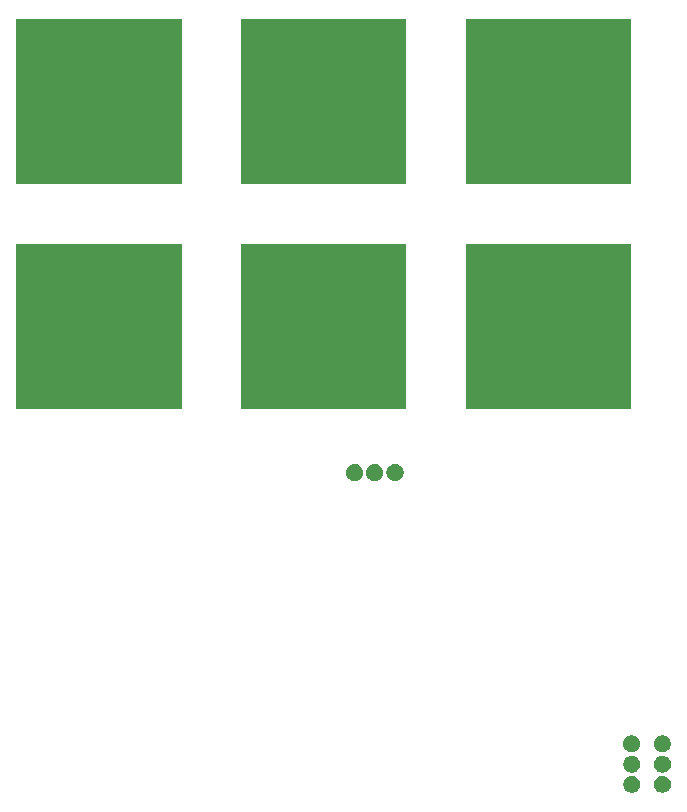
<source format=gbr>
%TF.GenerationSoftware,Altium Limited,Altium Designer,20.1.12 (249)*%
G04 Layer_Color=0*
%FSLAX26Y26*%
%MOIN*%
%TF.SameCoordinates,9E99BA8B-9897-4C81-AE0E-6E9FF3DC4262*%
%TF.FilePolarity,Positive*%
%TF.FileFunction,NonPlated,1,2,NPTH,Drill*%
%TF.Part,Single*%
G01*
G75*
G36*
X2177084Y619888D02*
Y622684D01*
X2175992Y628169D01*
X2173852Y633336D01*
X2170745Y637986D01*
X2166791Y641940D01*
X2162141Y645047D01*
X2156974Y647187D01*
X2151490Y648278D01*
X2148693D01*
X2145897D01*
X2140412Y647187D01*
X2135246Y645047D01*
X2130596Y641940D01*
X2126641Y637986D01*
X2123535Y633336D01*
X2121394Y628169D01*
X2120303Y622684D01*
Y619888D01*
Y617092D01*
X2121394Y611607D01*
X2123535Y606440D01*
X2126641Y601790D01*
X2130596Y597836D01*
X2135246Y594729D01*
X2140412Y592589D01*
X2145897Y591498D01*
X2148693D01*
X2151490D01*
X2156974Y592589D01*
X2162141Y594729D01*
X2166791Y597836D01*
X2170745Y601790D01*
X2173852Y606440D01*
X2175992Y611607D01*
X2177084Y617092D01*
Y619888D01*
D01*
D02*
G37*
G36*
X2177651Y552128D02*
Y554924D01*
X2176559Y560409D01*
X2174419Y565576D01*
X2171312Y570225D01*
X2167358Y574180D01*
X2162708Y577287D01*
X2157541Y579427D01*
X2152057Y580518D01*
X2149260D01*
X2146464D01*
X2140979Y579427D01*
X2135813Y577287D01*
X2131163Y574180D01*
X2127208Y570225D01*
X2124102Y565576D01*
X2121961Y560409D01*
X2120870Y554924D01*
Y552128D01*
Y549332D01*
X2121961Y543847D01*
X2124102Y538680D01*
X2127208Y534030D01*
X2131163Y530076D01*
X2135813Y526969D01*
X2140979Y524829D01*
X2146464Y523738D01*
X2149260D01*
X2152057D01*
X2157541Y524829D01*
X2162708Y526969D01*
X2167358Y530076D01*
X2171312Y534030D01*
X2174419Y538680D01*
X2176559Y543847D01*
X2177651Y549332D01*
Y552128D01*
D01*
D02*
G37*
G36*
Y485199D02*
Y487995D01*
X2176559Y493480D01*
X2174419Y498646D01*
X2171312Y503296D01*
X2167358Y507251D01*
X2162708Y510358D01*
X2157541Y512498D01*
X2152057Y513589D01*
X2149260D01*
X2146464D01*
X2140979Y512498D01*
X2135813Y510358D01*
X2131163Y507251D01*
X2127208Y503296D01*
X2124102Y498646D01*
X2121961Y493480D01*
X2120870Y487995D01*
Y485199D01*
Y482402D01*
X2121961Y476918D01*
X2124102Y471751D01*
X2127208Y467101D01*
X2131163Y463147D01*
X2135813Y460040D01*
X2140979Y457900D01*
X2146464Y456809D01*
X2149260D01*
X2152057D01*
X2157541Y457900D01*
X2162708Y460040D01*
X2167358Y463147D01*
X2171312Y467101D01*
X2174419Y471751D01*
X2176559Y476918D01*
X2177651Y482402D01*
Y485199D01*
D01*
D02*
G37*
G36*
X2280013D02*
Y487995D01*
X2278922Y493480D01*
X2276782Y498646D01*
X2273675Y503296D01*
X2269720Y507251D01*
X2265070Y510358D01*
X2259904Y512498D01*
X2254419Y513589D01*
X2251623D01*
X2248827D01*
X2243342Y512498D01*
X2238175Y510358D01*
X2233525Y507251D01*
X2229571Y503296D01*
X2226464Y498646D01*
X2224324Y493480D01*
X2223233Y487995D01*
Y485199D01*
Y482402D01*
X2224324Y476918D01*
X2226464Y471751D01*
X2229571Y467101D01*
X2233525Y463147D01*
X2238175Y460040D01*
X2243342Y457900D01*
X2248827Y456809D01*
X2251623D01*
X2254419D01*
X2259904Y457900D01*
X2265070Y460040D01*
X2269720Y463147D01*
X2273675Y467101D01*
X2276782Y471751D01*
X2278922Y476918D01*
X2280013Y482402D01*
Y485199D01*
D01*
D02*
G37*
G36*
Y552128D02*
Y554924D01*
X2278922Y560409D01*
X2276782Y565576D01*
X2273675Y570225D01*
X2269720Y574180D01*
X2265070Y577287D01*
X2259904Y579427D01*
X2254419Y580518D01*
X2251623D01*
X2248827D01*
X2243342Y579427D01*
X2238175Y577287D01*
X2233525Y574180D01*
X2229571Y570225D01*
X2226464Y565576D01*
X2224324Y560409D01*
X2223233Y554924D01*
Y552128D01*
Y549332D01*
X2224324Y543847D01*
X2226464Y538680D01*
X2229571Y534030D01*
X2233525Y530076D01*
X2238175Y526969D01*
X2243342Y524829D01*
X2248827Y523738D01*
X2251623D01*
X2254419D01*
X2259904Y524829D01*
X2265070Y526969D01*
X2269720Y530076D01*
X2273675Y534030D01*
X2276782Y538680D01*
X2278922Y543847D01*
X2280013Y549332D01*
Y552128D01*
D01*
D02*
G37*
G36*
X2279446Y619888D02*
Y622684D01*
X2278355Y628169D01*
X2276215Y633336D01*
X2273108Y637986D01*
X2269153Y641940D01*
X2264503Y645047D01*
X2259337Y647187D01*
X2253852Y648278D01*
X2251056D01*
X2248260D01*
X2242775Y647187D01*
X2237608Y645047D01*
X2232958Y641940D01*
X2229004Y637986D01*
X2225897Y633336D01*
X2223757Y628169D01*
X2222666Y622684D01*
Y619888D01*
Y617092D01*
X2223757Y611607D01*
X2225897Y606440D01*
X2229004Y601790D01*
X2232958Y597836D01*
X2237608Y594729D01*
X2242775Y592589D01*
X2248260Y591498D01*
X2251056D01*
X2253852D01*
X2259337Y592589D01*
X2264503Y594729D01*
X2269153Y597836D01*
X2273108Y601790D01*
X2276215Y606440D01*
X2278355Y611607D01*
X2279446Y617092D01*
Y619888D01*
D01*
D02*
G37*
G36*
X1225566Y1495248D02*
X1228362D01*
X1233847Y1496340D01*
X1239014Y1498480D01*
X1243664Y1501586D01*
X1247618Y1505541D01*
X1250725Y1510191D01*
X1252865Y1515358D01*
X1253956Y1520842D01*
Y1523639D01*
Y1526435D01*
X1252865Y1531920D01*
X1250725Y1537086D01*
X1247618Y1541736D01*
X1243664Y1545691D01*
X1239014Y1548797D01*
X1233847Y1550938D01*
X1228362Y1552029D01*
X1225566D01*
X1222770D01*
X1217285Y1550938D01*
X1212118Y1548797D01*
X1207468Y1545691D01*
X1203514Y1541736D01*
X1200407Y1537086D01*
X1198267Y1531920D01*
X1197176Y1526435D01*
Y1523639D01*
Y1520842D01*
X1198267Y1515358D01*
X1200407Y1510191D01*
X1203514Y1505541D01*
X1207468Y1501586D01*
X1212118Y1498480D01*
X1217285Y1496340D01*
X1222770Y1495248D01*
X1225566D01*
D01*
D02*
G37*
G36*
X1292495D02*
X1295291D01*
X1300776Y1496340D01*
X1305943Y1498480D01*
X1310593Y1501586D01*
X1314547Y1505541D01*
X1317654Y1510191D01*
X1319794Y1515358D01*
X1320885Y1520842D01*
Y1523639D01*
Y1526435D01*
X1319794Y1531920D01*
X1317654Y1537086D01*
X1314547Y1541736D01*
X1310593Y1545691D01*
X1305943Y1548797D01*
X1300776Y1550938D01*
X1295291Y1552029D01*
X1292495D01*
X1289699D01*
X1284214Y1550938D01*
X1279047Y1548797D01*
X1274397Y1545691D01*
X1270443Y1541736D01*
X1267336Y1537086D01*
X1265196Y1531920D01*
X1264105Y1526435D01*
Y1523639D01*
Y1520842D01*
X1265196Y1515358D01*
X1267336Y1510191D01*
X1270443Y1505541D01*
X1274397Y1501586D01*
X1279047Y1498480D01*
X1284214Y1496340D01*
X1289699Y1495248D01*
X1292495D01*
D01*
D02*
G37*
G36*
X1360255Y1495815D02*
X1363051D01*
X1368536Y1496907D01*
X1373703Y1499047D01*
X1378353Y1502153D01*
X1382307Y1506108D01*
X1385414Y1510758D01*
X1387554Y1515925D01*
X1388645Y1521409D01*
Y1524206D01*
Y1527002D01*
X1387554Y1532487D01*
X1385414Y1537653D01*
X1382307Y1542303D01*
X1378353Y1546258D01*
X1373703Y1549364D01*
X1368536Y1551505D01*
X1363051Y1552596D01*
X1360255D01*
X1357459D01*
X1351974Y1551505D01*
X1346807Y1549364D01*
X1342158Y1546258D01*
X1338203Y1542303D01*
X1335096Y1537653D01*
X1332956Y1532487D01*
X1331865Y1527002D01*
Y1524206D01*
Y1521409D01*
X1332956Y1515925D01*
X1335096Y1510758D01*
X1338203Y1506108D01*
X1342158Y1502153D01*
X1346807Y1499047D01*
X1351974Y1496907D01*
X1357459Y1495815D01*
X1360255D01*
D01*
D02*
G37*
G36*
X98137Y1735472D02*
X649318D01*
Y2286653D01*
X98137D01*
Y1735472D01*
D02*
G37*
G36*
X1596562Y1735472D02*
X2147744D01*
Y2286653D01*
X1596562D01*
Y1735472D01*
D02*
G37*
G36*
X98137Y2484685D02*
X649318D01*
Y3035866D01*
X98137D01*
Y2484685D01*
D02*
G37*
G36*
X1596562Y2484685D02*
X2147744D01*
Y3035866D01*
X1596562D01*
Y2484685D01*
D02*
G37*
G36*
X847350Y1735472D02*
X1398531D01*
Y2286653D01*
X847350D01*
Y1735472D01*
D02*
G37*
G36*
Y2484685D02*
X1398531D01*
Y3035866D01*
X847350D01*
Y2484685D01*
D02*
G37*
%TF.MD5,cc79a64232eb9875b2f5d38f0f1954f4*%
M02*

</source>
